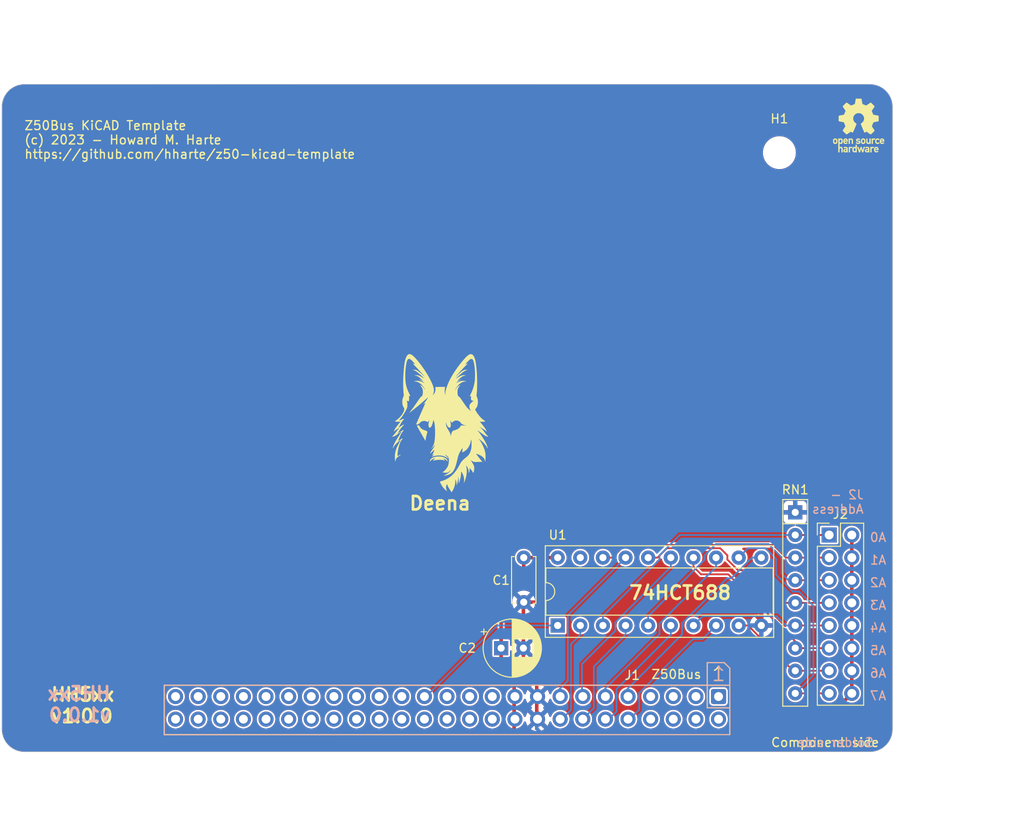
<source format=kicad_pcb>
(kicad_pcb (version 20221018) (generator pcbnew)
  (title_block (title "Z50Bus KiCAD Template") (date "2023-04-22") (rev "1.0") (company "Howard M. Harte") (comment 1 "https://github.com/hharte/z50-kicad-template"))
  (layers (0 "F.Cu" signal) (31 "B.Cu" signal) (34 "B.Paste" user) (35 "F.Paste" user) (36 "B.SilkS" user "B.Silkscreen") (37 "F.SilkS" user "F.Silkscreen") (38 "B.Mask" user) (39 "F.Mask" user) (44 "Edge.Cuts" user))
  (net 0 "")
  (net 1 "GND")
  (net 2 "VCC")
  (net 3 "/~{BOARD_CS}")
  (net 4 "/A15")
  (net 5 "/A14")
  (net 6 "/A13")
  (net 7 "/A12")
  (net 8 "/A11")
  (net 9 "/A10")
  (net 10 "/A9")
  (net 11 "/A8")
  (net 12 "/A7")
  (net 13 "/A6")
  (net 14 "/A5")
  (net 15 "/A4")
  (net 16 "/A3")
  (net 17 "/A2")
  (net 18 "/A1")
  (net 19 "/A0")
  (net 20 "/~{M1}")
  (net 21 "/~{RESET}")
  (net 22 "/CPU_CLK")
  (net 23 "/~{INT}")
  (net 24 "/~{MREQ}")
  (net 25 "/~{WR}")
  (net 26 "/~{RD}")
  (net 27 "/~{IORQ}")
  (net 28 "/D0")
  (net 29 "/D1")
  (net 30 "/D2")
  (net 31 "/D3")
  (net 32 "/D4")
  (net 33 "/D5")
  (net 34 "/D6")
  (net 35 "/D7")
  (net 36 "/~{RFSH}")
  (net 37 "/~{BUSACK}")
  (net 38 "/~{HALT}")
  (net 39 "/~{BUSREQ}")
  (net 40 "/~{WAIT}")
  (net 41 "/~{NMI}")
  (net 42 "/TXDA")
  (net 43 "/RXDA")
  (net 44 "/USR1")
  (net 45 "Net-(J2-Pin_1)")
  (net 46 "Net-(J2-Pin_3)")
  (net 47 "Net-(J2-Pin_5)")
  (net 48 "Net-(J2-Pin_7)")
  (net 49 "Net-(J2-Pin_9)")
  (net 50 "Net-(J2-Pin_11)")
  (net 51 "Net-(J2-Pin_13)")
  (net 52 "Net-(J2-Pin_15)")
  (net 53 "/USR2")
  (net 54 "/USR3")
  (net 55 "/USR0")
  (net 56 "/IEO")
  (net 57 "/IEI")
  (footprint "Symbol:OSHW-Logo_5.7x6mm_SilkScreen" (layer "F.Cu") (at 220.472 74.676)
    (fp_text reference "LOGO1" hide)
    (fp_text value "Logo_Open_Hardware_Small" hide)
  )
  (footprint "Resistor_THT:R_Array_SIP9" (layer "F.Cu") (at 213.36 118.11 -90)
    (fp_text reference "RN1" (at -2.54 0 180) (layer "F.SilkS"))
    (fp_text value "100K")
    (pad "1" thru_hole rect (at 0 0 270) (size 1.6 1.6) (drill 0.8) (layers "*.Cu" "*.Mask") (net 1 "GND"))
    (pad "2" thru_hole oval (at 2.54 0 270) (size 1.6 1.6) (drill 0.8) (layers "*.Cu" "*.Mask") (net 45 "Net-(J2-Pin_1)"))
    (pad "3" thru_hole oval (at 5.08 0 270) (size 1.6 1.6) (drill 0.8) (layers "*.Cu" "*.Mask") (net 46 "Net-(J2-Pin_3)"))
    (pad "4" thru_hole oval (at 7.62 0 270) (size 1.6 1.6) (drill 0.8) (layers "*.Cu" "*.Mask") (net 47 "Net-(J2-Pin_5)"))
    (pad "5" thru_hole oval (at 10.16 0 270) (size 1.6 1.6) (drill 0.8) (layers "*.Cu" "*.Mask") (net 48 "Net-(J2-Pin_7)"))
    (pad "6" thru_hole oval (at 12.7 0 270) (size 1.6 1.6) (drill 0.8) (layers "*.Cu" "*.Mask") (net 49 "Net-(J2-Pin_9)"))
    (pad "7" thru_hole oval (at 15.24 0 270) (size 1.6 1.6) (drill 0.8) (layers "*.Cu" "*.Mask") (net 50 "Net-(J2-Pin_11)"))
    (pad "8" thru_hole oval (at 17.78 0 270) (size 1.6 1.6) (drill 0.8) (layers "*.Cu" "*.Mask") (net 51 "Net-(J2-Pin_13)"))
    (pad "9" thru_hole oval (at 20.32 0 270) (size 1.6 1.6) (drill 0.8) (layers "*.Cu" "*.Mask") (net 52 "Net-(J2-Pin_15)"))
  )
  (footprint "Package_DIP:DIP-20_W7.62mm_Socket" (layer "F.Cu") (at 186.69 130.81 90)
    (fp_text reference "U1" (at 10.16 0 180) (layer "F.SilkS"))
    (fp_text value "74HCT688")
    (pad "1" thru_hole rect (at 0 0 90) (size 1.6 1.6) (drill 0.8) (layers "*.Cu" "*.Mask") (net 27 "/~{IORQ}"))
    (pad "2" thru_hole oval (at 0 2.54 90) (size 1.6 1.6) (drill 0.8) (layers "*.Cu" "*.Mask") (net 19 "/A0"))
    (pad "3" thru_hole oval (at 0 5.08 90) (size 1.6 1.6) (drill 0.8) (layers "*.Cu" "*.Mask") (net 45 "Net-(J2-Pin_1)"))
    (pad "4" thru_hole oval (at 0 7.62 90) (size 1.6 1.6) (drill 0.8) (layers "*.Cu" "*.Mask") (net 17 "/A2"))
    (pad "5" thru_hole oval (at 0 10.16 90) (size 1.6 1.6) (drill 0.8) (layers "*.Cu" "*.Mask") (net 47 "Net-(J2-Pin_5)"))
    (pad "6" thru_hole oval (at 0 12.7 90) (size 1.6 1.6) (drill 0.8) (layers "*.Cu" "*.Mask") (net 15 "/A4"))
    (pad "7" thru_hole oval (at 0 15.24 90) (size 1.6 1.6) (drill 0.8) (layers "*.Cu" "*.Mask") (net 49 "Net-(J2-Pin_9)"))
    (pad "8" thru_hole oval (at 0 17.78 90) (size 1.6 1.6) (drill 0.8) (layers "*.Cu" "*.Mask") (net 13 "/A6"))
    (pad "9" thru_hole oval (at 0 20.32 90) (size 1.6 1.6) (drill 0.8) (layers "*.Cu" "*.Mask") (net 51 "Net-(J2-Pin_13)"))
    (pad "10" thru_hole oval (at 0 22.86 90) (size 1.6 1.6) (drill 0.8) (layers "*.Cu" "*.Mask") (net 1 "GND"))
    (pad "11" thru_hole oval (at 7.62 22.86 90) (size 1.6 1.6) (drill 0.8) (layers "*.Cu" "*.Mask") (net 12 "/A7"))
    (pad "12" thru_hole oval (at 7.62 20.32 90) (size 1.6 1.6) (drill 0.8) (layers "*.Cu" "*.Mask") (net 52 "Net-(J2-Pin_15)"))
    (pad "13" thru_hole oval (at 7.62 17.78 90) (size 1.6 1.6) (drill 0.8) (layers "*.Cu" "*.Mask") (net 14 "/A5"))
    (pad "14" thru_hole oval (at 7.62 15.24 90) (size 1.6 1.6) (drill 0.8) (layers "*.Cu" "*.Mask") (net 50 "Net-(J2-Pin_11)"))
    (pad "15" thru_hole oval (at 7.62 12.7 90) (size 1.6 1.6) (drill 0.8) (layers "*.Cu" "*.Mask") (net 16 "/A3"))
    (pad "16" thru_hole oval (at 7.62 10.16 90) (size 1.6 1.6) (drill 0.8) (layers "*.Cu" "*.Mask") (net 48 "Net-(J2-Pin_7)"))
    (pad "17" thru_hole oval (at 7.62 7.62 90) (size 1.6 1.6) (drill 0.8) (layers "*.Cu" "*.Mask") (net 18 "/A1"))
    (pad "18" thru_hole oval (at 7.62 5.08 90) (size 1.6 1.6) (drill 0.8) (layers "*.Cu" "*.Mask") (net 46 "Net-(J2-Pin_3)"))
    (pad "19" thru_hole oval (at 7.62 2.54 90) (size 1.6 1.6) (drill 0.8) (layers "*.Cu" "*.Mask") (net 3 "/~{BOARD_CS}"))
    (pad "20" thru_hole oval (at 7.62 0 90) (size 1.6 1.6) (drill 0.8) (layers "*.Cu" "*.Mask") (net 2 "VCC"))
  )
  (footprint "MountingHole:MountingHole_3.2mm_M3_DIN965" (layer "F.Cu") (at 211.582 77.724)
    (fp_text reference "H1" (at 0 -3.8) (layer "F.SilkS"))
    (fp_text value "3.2mm")
    (pad "" np_thru_hole circle locked (at 0 0) (size 3.2 3.2) (drill 3.2) (layers "F&B.Cu" "*.Mask"))
  )
  (footprint "Connector_PinHeader_2.54mm:PinHeader_2x08_P2.54mm_Vertical" (layer "F.Cu") (at 217.17 120.65)
    (fp_text reference "J2" (at 1.27 -2.33) (layer "F.SilkS"))
    (fp_text value "Conn_02x08_Odd_Even")
    (pad "1" thru_hole rect (at 0 0) (size 1.7 1.7) (drill 1) (layers "*.Cu" "*.Mask") (net 45 "Net-(J2-Pin_1)"))
    (pad "2" thru_hole oval (at 2.54 0) (size 1.7 1.7) (drill 1) (layers "*.Cu" "*.Mask") (net 2 "VCC"))
    (pad "3" thru_hole oval (at 0 2.54) (size 1.7 1.7) (drill 1) (layers "*.Cu" "*.Mask") (net 46 "Net-(J2-Pin_3)"))
    (pad "4" thru_hole oval (at 2.54 2.54) (size 1.7 1.7) (drill 1) (layers "*.Cu" "*.Mask") (net 2 "VCC"))
    (pad "5" thru_hole oval (at 0 5.08) (size 1.7 1.7) (drill 1) (layers "*.Cu" "*.Mask") (net 47 "Net-(J2-Pin_5)"))
    (pad "6" thru_hole oval (at 2.54 5.08) (size 1.7 1.7) (drill 1) (layers "*.Cu" "*.Mask") (net 2 "VCC"))
    (pad "7" thru_hole oval (at 0 7.62) (size 1.7 1.7) (drill 1) (layers "*.Cu" "*.Mask") (net 48 "Net-(J2-Pin_7)"))
    (pad "8" thru_hole oval (at 2.54 7.62) (size 1.7 1.7) (drill 1) (layers "*.Cu" "*.Mask") (net 2 "VCC"))
    (pad "9" thru_hole oval (at 0 10.16) (size 1.7 1.7) (drill 1) (layers "*.Cu" "*.Mask") (net 49 "Net-(J2-Pin_9)"))
    (pad "10" thru_hole oval (at 2.54 10.16) (size 1.7 1.7) (drill 1) (layers "*.Cu" "*.Mask") (net 2 "VCC"))
    (pad "11" thru_hole oval (at 0 12.7) (size 1.7 1.7) (drill 1) (layers "*.Cu" "*.Mask") (net 50 "Net-(J2-Pin_11)"))
    (pad "12" thru_hole oval (at 2.54 12.7) (size 1.7 1.7) (drill 1) (layers "*.Cu" "*.Mask") (net 2 "VCC"))
    (pad "13" thru_hole oval (at 0 15.24) (size 1.7 1.7) (drill 1) (layers "*.Cu" "*.Mask") (net 51 "Net-(J2-Pin_13)"))
    (pad "14" thru_hole oval (at 2.54 15.24) (size 1.7 1.7) (drill 1) (layers "*.Cu" "*.Mask") (net 2 "VCC"))
    (pad "15" thru_hole oval (at 0 17.78) (size 1.7 1.7) (drill 1) (layers "*.Cu" "*.Mask") (net 52 "Net-(J2-Pin_15)"))
    (pad "16" thru_hole oval (at 2.54 17.78) (size 1.7 1.7) (drill 1) (layers "*.Cu" "*.Mask") (net 2 "VCC"))
  )
  (footprint "Capacitor_THT:C_Disc_D5.0mm_W2.5mm_P5.00mm" (layer "F.Cu") (at 182.88 123.19 -90)
    (fp_text reference "C1" (at 2.54 2.54 -180) (layer "F.SilkS"))
    (fp_text value "100nF")
    (pad "1" thru_hole circle (at 0 0 270) (size 1.6 1.6) (drill 0.8) (layers "*.Cu" "*.Mask") (net 2 "VCC"))
    (pad "2" thru_hole circle (at 5 0 270) (size 1.6 1.6) (drill 0.8) (layers "*.Cu" "*.Mask") (net 1 "GND"))
  )
  (footprint "Capacitor_THT:CP_Radial_D6.3mm_P2.50mm" (layer "F.Cu") (at 180.34 133.35)
    (fp_text reference "C2" (at -3.81 0) (layer "F.SilkS"))
    (fp_text value "47uF")
    (pad "1" thru_hole rect (at 0 0) (size 1.6 1.6) (drill 0.8) (layers "*.Cu" "*.Mask") (net 2 "VCC"))
    (pad "2" thru_hole circle (at 2.5 0) (size 1.6 1.6) (drill 0.8) (layers "*.Cu" "*.Mask") (net 1 "GND"))
  )
  (footprint "z50-kicad-template:Deena" (layer "F.Cu") (at 173.482 108.204)
    (fp_text reference "Deena" (at 0 8.89) (layer "F.SilkS") (effects (font (size 1.5 1.5) (thickness 0.3))))
    (fp_text value "LOGO" hide)
  )
  (footprint "z50-kicad-template:Z50Bus-Header_2x25_P2.54mm_Horizontal" (layer "F.Cu") (at 204.75 138.784 -90)
    (fp_text reference "J1" (at -2.386 9.678 -180) (layer "F.SilkS"))
    (fp_text value "Conn_02x25_Odd_Even")
    (fp_text user "1" (at -2.54 0 unlocked) (layer "B.SilkS") (effects (font (size 1.6 1.6)) (justify mirror)))
    (fp_text user "1" (at -2.54 0 unlocked) (layer "F.SilkS") (effects (font (size 1.6 1.6))))
    (fp_text user "Z50Bus" (at -1.905 7.62 unlocked) (layer "F.SilkS") (effects (justify left bottom)))
    (pad "1" thru_hole roundrect locked (at 0 0 270) (size 1.7 1.7) (drill 1) (layers "*.Cu" "*.Mask") (roundrect_rratio 0.1470588235) (net 4 "/A15"))
    (pad "2" thru_hole circle locked (at 2.54 0 270) (size 1.7 1.7) (drill 1) (layers "*.Cu" "*.Mask") (net 5 "/A14"))
    (pad "3" thru_hole circle locked (at 0 2.54 270) (size 1.7 1.7) (drill 1) (layers "*.Cu" "*.Mask") (net 6 "/A13"))
    (pad "4" thru_hole circle locked (at 2.54 2.54 270) (size 1.7 1.7) (drill 1) (layers "*.Cu" "*.Mask") (net 7 "/A12"))
    (pad "5" thru_hole circle locked (at 0 5.08 270) (size 1.7 1.7) (drill 1) (layers "*.Cu" "*.Mask") (net 8 "/A11"))
    (pad "6" thru_hole circle locked (at 2.54 5.08 270) (size 1.7 1.7) (drill 1) (layers "*.Cu" "*.Mask") (net 9 "/A10"))
    (pad "7" thru_hole circle locked (at 0 7.62 270) (size 1.7 1.7) (drill 1) (layers "*.Cu" "*.Mask") (net 10 "/A9"))
    (pad "8" thru_hole circle locked (at 2.54 7.62 270) (size 1.7 1.7) (drill 1) (layers "*.Cu" "*.Mask") (net 11 "/A8"))
    (pad "9" thru_hole circle locked (at 0 10.16 270) (size 1.7 1.7) (drill 1) (layers "*.Cu" "*.Mask") (net 12 "/A7"))
    (pad "10" thru_hole circle locked (at 2.54 10.16 270) (size 1.7 1.7) (drill 1) (layers "*.Cu" "*.Mask") (net 13 "/A6"))
    (pad "11" thru_hole circle locked (at 0 12.7 270) (size 1.7 1.7) (drill 1) (layers "*.Cu" "*.Mask") (net 14 "/A5"))
    (pad "12" thru_hole circle locked (at 2.54 12.7 270) (size 1.7 1.7) (drill 1) (layers "*.Cu" "*.Mask") (net 15 "/A4"))
    (pad "13" thru_hole circle locked (at 0 15.24 270) (size 1.7 1.7) (drill 1) (layers "*.Cu" "*.Mask") (net 16 "/A3"))
    (pad "14" thru_hole circle locked (at 2.54 15.24 270) (size 1.7 1.7) (drill 1) (layers "*.Cu" "*.Mask") (net 17 "/A2"))
    (pad "15" thru_hole circle locked (at 0 17.78 270) (size 1.7 1.7) (drill 1) (layers "*.Cu" "*.Mask") (net 18 "/A1"))
    (pad "16" thru_hole circle locked (at 2.54 17.78 270) (size 1.7 1.7) (drill 1) (layers "*.Cu" "*.Mask") (net 19 "/A0"))
    (pad "17" thru_hole circle locked (at 0 20.32 270) (size 1.7 1.7) (drill 1) (layers "*.Cu" "*.Mask") (net 1 "GND"))
    (pad "18" thru_hole circle locked (at 2.54 20.32 270) (size 1.7 1.7) (drill 1) (layers "*.Cu" "*.Mask") (net 1 "GND"))
    (pad "19" thru_hole circle locked (at 0 22.86 270) (size 1.7 1.7) (drill 1) (layers "*.Cu" "*.Mask") (net 2 "VCC"))
    (pad "20" thru_hole circle locked (at 2.54 22.86 270) (size 1.7 1.7) (drill 1) (layers "*.Cu" "*.Mask") (net 2 "VCC"))
    (pad "21" thru_hole circle locked (at 0 25.4 270) (size 1.7 1.7) (drill 1) (layers "*.Cu" "*.Mask") (net 20 "/~{M1}"))
    (pad "22" thru_hole circle locked (at 2.54 25.4 270) (size 1.7 1.7) (drill 1) (layers "*.Cu" "*.Mask") (net 21 "/~{RESET}"))
    (pad "23" thru_hole circle locked (at 0 27.94 270) (size 1.7 1.7) (drill 1) (layers "*.Cu" "*.Mask") (net 22 "/CPU_CLK"))
    (pad "24" thru_hole circle locked (at 2.54 27.94 270) (size 1.7 1.7) (drill 1) (layers "*.Cu" "*.Mask") (net 23 "/~{INT}"))
    (pad "25" thru_hole circle locked (at 0 30.48 270) (size 1.7 1.7) (drill 1) (layers "*.Cu" "*.Mask") (net 24 "/~{MREQ}"))
    (pad "26" thru_hole circle locked (at 2.54 30.48 270) (size 1.7 1.7) (drill 1) (layers "*.Cu" "*.Mask") (net 25 "/~{WR}"))
    (pad "27" thru_hole circle locked (at 0 33.02 270) (size 1.7 1.7) (drill 1) (layers "*.Cu" "*.Mask") (net 27 "/~{IORQ}"))
    (pad "28" thru_hole circle locked (at 2.54 33.02 270) (size 1.7 1.7) (drill 1) (layers "*.Cu" "*.Mask") (net 26 "/~{RD}"))
    (pad "29" thru_hole circle locked (at 0 35.56 270) (size 1.7 1.7) (drill 1) (layers "*.Cu" "*.Mask") (net 29 "/D1"))
    (pad "30" thru_hole circle locked (at 2.54 35.56 270) (size 1.7 1.7) (drill 1) (layers "*.Cu" "*.Mask") (net 28 "/D0"))
    (pad "31" thru_hole circle locked (at 0 38.1 270) (size 1.7 1.7) (drill 1) (layers "*.Cu" "*.Mask") (net 31 "/D3"))
    (pad "32" thru_hole circle locked (at 2.54 38.1 270) (size 1.7 1.7) (drill 1) (layers "*.Cu" "*.Mask") (net 30 "/D2"))
    (pad "33" thru_hole circle locked (at 0 40.64 270) (size 1.7 1.7) (drill 1) (layers "*.Cu" "*.Mask") (net 33 "/D5"))
    (pad "34" thru_hole circle locked (at 2.54 40.64 270) (size 1.7 1.7) (drill 1) (layers "*.Cu" "*.Mask") (net 32 "/D4"))
    (pad "35" thru_hole circle locked (at 0 43.18 270) (size 1.7 1.7) (drill 1) (layers "*.Cu" "*.Mask") (net 35 "/D7"))
    (pad "36" thru_hole circle locked (at 2.54 43.18 270) (size 1.7 1.7) (drill 1) (layers "*.Cu" "*.Mask") (net 34 "/D6"))
    (pad "37" thru_hole circle locked (at 0 45.72 270) (size 1.7 1.7) (drill 1) (layers "*.Cu" "*.Mask") (net 42 "/TXDA"))
    (pad "38" thru_hole circle locked (at 2.54 45.72 270) (size 1.7 1.7) (drill 1) (layers "*.Cu" "*.Mask") (net 43 "/RXDA"))
    (pad "39" thru_hole circle locked (at 0 48.26 270) (size 1.7 1.7) (drill 1) (layers "*.Cu" "*.Mask") (net 44 "/USR1"))
    (pad "40" thru_hole circle locked (at 2.54 48.26 270) (size 1.7 1.7) (drill 1) (layers "*.Cu" "*.Mask") (net 55 "/USR0"))
    (pad "41" thru_hole circle locked (at 0 50.8 270) (size 1.7 1.7) (drill 1) (layers "*.Cu" "*.Mask") (net 54 "/USR3"))
    (pad "42" thru_hole circle locked (at 2.54 50.8 270) (size 1.7 1.7) (drill 1) (layers "*.Cu" "*.Mask") (net 53 "/USR2"))
    (pad "43" thru_hole circle locked (at 0 53.34 270) (size 1.7 1.7) (drill 1) (layers "*.Cu" "*.Mask") (net 41 "/~{NMI}"))
    (pad "44" thru_hole circle locked (at 2.54 53.34 270) (size 1.7 1.7) (drill 1) (layers "*.Cu" "*.Mask") (net 36 "/~{RFSH}"))
    (pad "45" thru_hole circle locked (at 0 55.88 270) (size 1.7 1.7) (drill 1) (layers "*.Cu" "*.Mask") (net 40 "/~{WAIT}"))
    (pad "46" thru_hole circle locked (at 2.54 55.88 270) (size 1.7 1.7) (drill 1) (layers "*.Cu" "*.Mask") (net 38 "/~{HALT}"))
    (pad "47" thru_hole circle locked (at 0 58.42 270) (size 1.7 1.7) (drill 1) (layers "*.Cu" "*.Mask") (net 39 "/~{BUSREQ}"))
    (pad "48" thru_hole circle locked (at 2.54 58.42 270) (size 1.7 1.7) (drill 1) (layers "*.Cu" "*.Mask") (net 37 "/~{BUSACK}"))
    (pad "49" thru_hole circle locked (at 0 60.96 270) (size 1.7 1.7) (drill 1) (layers "*.Cu" "*.Mask") (net 56 "/IEO"))
    (pad "50" thru_hole circle locked (at 2.54 60.96 270) (size 1.7 1.7) (drill 1) (layers "*.Cu" "*.Mask") (net 57 "/IEI"))
  )
  (gr_line (start 221.125 145) (end 126.828051 145) (stroke (width 0.05)) (layer "Edge.Cuts"))
  (gr_arc (start 126.828051 145) (mid 125.032 144.256051) (end 124.288051 142.46) (stroke (width 0.05)) (layer "Edge.Cuts"))
  (gr_arc (start 224.292651 142.46) (mid 223.548702 144.256051) (end 221.752651 145) (stroke (width 0.05)) (layer "Edge.Cuts"))
  (gr_arc (start 124.290204 72.574855) (mid 125.032003 70.784018) (end 126.822855 70.042204) (stroke (width 0.05)) (layer "Edge.Cuts"))
  (gr_line (start 124.288051 142.46) (end 124.290204 72.574855) (stroke (width 0.05)) (layer "Edge.Cuts"))
  (gr_line (start 221.752651 145) (end 221.125 145) (stroke (width 0.05)) (layer "Edge.Cuts"))
  (gr_arc (start 221.759999 70.042204) (mid 223.550854 70.784) (end 224.292651 72.574855) (stroke (width 0.05)) (layer "Edge.Cuts"))
  (gr_line (start 224.292651 142.46) (end 224.292651 72.574855) (stroke (width 0.05)) (layer "Edge.Cuts"))
  (gr_line (start 221.759999 70.034) (end 126.822855 70.042204) (stroke (width 0.05)) (layer "Edge.Cuts"))
  (gr_text "A6" (at 223.665 136.745) (layer "B.SilkS") (effects (font (size 1 1)) (justify left bottom mirror)))
  (gr_text "A3" (at 223.665 129.125) (layer "B.SilkS") (effects (font (size 1 1)) (justify left bottom mirror)))
  (gr_text "HH5xx\nv1.0.0" (at 136.652 141.732) (layer "B.SilkS") (effects (font (size 1.5 1.5) (thickness 0.3) bold) (justify left bottom mirror)))
  (gr_text "A5" (at 223.665 134.205) (layer "B.SilkS") (effects (font (size 1 1)) (justify left bottom mirror)))
  (gr_text "J2 -\nAddress" (at 221.125 118.33) (layer "B.SilkS") (effects (font (size 1 1)) (justify left bottom mirror)))
  (gr_text "A4" (at 223.665 131.665) (layer "B.SilkS") (effects (font (size 1 1)) (justify left bottom mirror)))
  (gr_text "A2" (at 223.665 126.585) (layer "B.SilkS") (effects (font (size 1 1)) (justify left bottom mirror)))
  (gr_text "Solder side" (at 222.25 144.526) (layer "B.SilkS") (effects (font (size 1 1)) (justify left bottom mirror)))
  (gr_text "A0" (at 223.665 121.505) (layer "B.SilkS") (effects (font (size 1 1)) (justify left bottom mirror)))
  (gr_text "A1" (at 223.665 124.045) (layer "B.SilkS") (effects (font (size 1 1)) (justify left bottom mirror)))
  (gr_text "A7" (at 223.665 139.285) (layer "B.SilkS") (effects (font (size 1 1)) (justify left bottom mirror)))
  (gr_text "Z50Bus KiCAD Template\n(c) 2023 - Howard M. Harte\nhttps://github.com/hharte/z50-kicad-template" (at 126.746 78.486) (layer "F.SilkS") (effects (font (size 1 1)) (justify left bottom)))
  (gr_text "Component side" (at 210.566 144.526) (layer "F.SilkS") (effects (font (size 1 1)) (justify left bottom)))
  (gr_text "HH5xx\nv1.0.0" (at 129.667 141.859) (layer "F.SilkS") (effects (font (size 1.5 1.5) (thickness 0.3) bold) (justify left bottom)))
  (gr_text "74HCT688" (at 194.564 128.016) (layer "F.SilkS") (effects (font (size 1.5 1.5) (thickness 0.3) bold) (justify left bottom)))
  (segment (start 182.84 135.235) (end 182.84 133.35) (width 0.4) (layer "F.Cu") (net 1))
  (segment (start 182.84 133.35) (end 182.84 128.23) (width 0.4) (layer "F.Cu") (net 1))
  (segment (start 184.34 136.735) (end 182.84 135.235) (width 0.4) (layer "F.Cu") (net 1))
  (segment (start 182.88 128.19) (end 207.438 128.19) (width 0.4) (layer "F.Cu") (net 1))
  (segment (start 184.34 139.06) (end 184.34 136.735) (width 0.4) (layer "F.Cu") (net 1))
  (segment (start 184.34 141.6) (end 184.34 139.06) (width 0.4) (layer "F.Cu") (net 1))
  (segment (start 207.438 128.19) (end 209.55 130.302) (width 0.4) (layer "F.Cu") (net 1))
  (segment (start 184.34 142.392) (end 186.22 144.272) (width 0.4) (layer "B.Cu") (net 1))
  (segment (start 222.758 118.11) (end 213.36 118.11) (width 0.4) (layer "B.Cu") (net 1))
  (segment (start 184.34 141.6) (end 184.34 142.392) (width 0.4) (layer "B.Cu") (net 1))
  (segment (start 223.52 140.716) (end 223.52 118.872) (width 0.4) (layer "B.Cu") (net 1))
  (segment (start 223.52 118.872) (end 222.758 118.11) (width 0.4) (layer "B.Cu") (net 1))
  (segment (start 219.964 144.272) (end 223.52 140.716) (width 0.4) (layer "B.Cu") (net 1))
  (segment (start 186.22 144.272) (end 219.964 144.272) (width 0.4) (layer "B.Cu") (net 1))
  (segment (start 181.8 139.06) (end 181.8 137.0325) (width 0.4) (layer "F.Cu") (net 2))
  (segment (start 181.8 137.0325) (end 180.34 135.5725) (width 0.4) (layer "F.Cu") (net 2))
  (segment (start 180.34 133.35) (end 180.34 125.73) (width 0.4) (layer "F.Cu") (net 2))
  (segment (start 181.8 142.684) (end 181.8 141.6) (width 0.4) (layer "F.Cu") (net 2))
  (segment (start 219.71 130.81) (end 219.71 128.27) (width 0.4) (layer "F.Cu") (net 2))
  (segment (start 182.88 125.73) (end 182.88 123.19) (width 0.4) (layer "F.Cu") (net 2))
  (segment (start 182.88 123.19) (end 186.69 123.19) (width 0.4) (layer "F.Cu") (net 2))
  (segment (start 213.868 144.272) (end 183.388 144.272) (width 0.4) (layer "F.Cu") (net 2))
  (segment (start 219.71 138.43) (end 213.868 144.272) (width 0.4) (layer "F.Cu") (net 2))
  (segment (start 181.8 141.6) (end 181.8 139.06) (width 0.4) (layer "F.Cu") (net 2))
  (segment (start 219.71 128.27) (end 219.71 125.73) (width 0.4) (layer "F.Cu") (net 2))
  (segment (start 180.34 135.5725) (end 180.34 133.35) (width 0.4) (layer "F.Cu") (net 2))
  (segment (start 180.34 125.73) (end 182.88 125.73) (width 0.4) (layer "F.Cu") (net 2))
  (segment (start 183.388 144.272) (end 181.8 142.684) (width 0.4) (layer "F.Cu") (net 2))
  (segment (start 219.71 138.43) (end 219.71 135.89) (width 0.4) (layer "F.Cu") (net 2))
  (segment (start 219.71 133.35) (end 219.71 130.81) (width 0.4) (layer "F.Cu") (net 2))
  (segment (start 219.71 123.19) (end 219.71 120.65) (width 0.4) (layer "F.Cu") (net 2))
  (segment (start 219.71 135.89) (end 219.71 133.35) (width 0.4) (layer "F.Cu") (net 2))
  (segment (start 219.71 125.73) (end 219.71 123.19) (width 0.4) (layer "F.Cu") (net 2))
  (segment (start 200.66 131.8) (end 194.5 137.96) (width 0.2) (layer "B.Cu") (net 12))
  (segment (start 206.18 125.51) (end 205.7 125.51) (width 0.2) (layer "B.Cu") (net 12))
  (segment (start 205.7 125.51) (end 200.66 130.551) (width 0.2) (layer "B.Cu") (net 12))
  (segment (start 208.5 123.19) (end 206.18 125.51) (width 0.2) (layer "B.Cu") (net 12))
  (segment (start 209.55 123.19) (end 208.5 123.19) (width 0.2) (layer "B.Cu") (net 12))
  (segment (start 200.66 130.551) (end 200.66 131.8) (width 0.2) (layer "B.Cu") (net 12))
  (segment (start 194.5 137.96) (end 194.5 139.06) (width 0.2) (layer "B.Cu") (net 12))
  (segment (start 195.834 140.266) (end 194.5 141.6) (width 0.2) (layer "B.Cu") (net 13))
  (segment (start 204.47 130.81) (end 202.946 132.334) (width 0.2) (layer "B.Cu") (net 13))
  (segment (start 195.834 138.396) (end 195.834 140.266) (width 0.2) (layer "B.Cu") (net 13))
  (segment (start 201.896 132.334) (end 195.834 138.396) (width 0.2) (layer "B.Cu") (net 13))
  (segment (start 202.946 132.334) (end 201.896 132.334) (width 0.2) (layer "B.Cu") (net 13))
  (segment (start 191.96 137.96) (end 191.96 139.06) (width 0.2) (layer "B.Cu") (net 14))
  (segment (start 204.47 123.19) (end 204.47 124.24) (width 0.2) (layer "B.Cu") (net 14))
  (segment (start 198.12 130.59) (end 198.12 131.8) (width 0.2) (layer "B.Cu") (net 14))
  (segment (start 198.12 131.8) (end 191.96 137.96) (width 0.2) (layer "B.Cu") (net 14))
  (segment (start 204.47 124.24) (end 198.12 130.59) (width 0.2) (layer "B.Cu") (net 14))
  (segment (start 199.39 131.86) (end 193.294 137.956) (width 0.2) (layer "B.Cu") (net 15))
  (segment (start 193.294 140.462) (end 192.156 141.6) (width 0.2) (layer "B.Cu") (net 15))
  (segment (start 193.294 137.956) (end 193.294 140.462) (width 0.2) (layer "B.Cu") (net 15))
  (segment (start 199.39 130.81) (end 199.39 131.86) (width 0.2) (layer "B.Cu") (net 15))
  (segment (start 199.39 124.24) (end 199.39 123.19) (width 0.2) (layer "B.Cu") (net 16))
  (segment (start 193.17 130.46) (end 199.39 124.24) (width 0.2) (layer "B.Cu") (net 16))
  (segment (start 193.17 131.39) (end 193.17 130.46) (width 0.2) (layer "B.Cu") (net 16))
  (segment (start 189.42 139.06) (end 189.42 135.14) (width 0.2) (layer "B.Cu") (net 16))
  (segment (start 189.42 135.14) (end 193.17 131.39) (width 0.2) (layer "B.Cu") (net 16))
  (segment (start 190.754 135.416) (end 190.754 140.08) (width 0.2) (layer "B.Cu") (net 17))
  (segment (start 194.31 131.86) (end 190.754 135.416) (width 0.2) (layer "B.Cu") (net 17))
  (segment (start 194.31 130.81) (end 194.31 131.86) (width 0.2) (layer "B.Cu") (net 17))
  (segment (start 190.754 140.08) (end 189.42 141.414) (width 0.2) (layer "B.Cu") (net 17))
  (segment (start 194.31 123.19) (end 187.836 129.664) (width 0.2) (layer "B.Cu") (net 18))
  (segment (start 186.88 137.96) (end 186.88 139.06) (width 0.2) (layer "B.Cu") (net 18))
  (segment (start 187.836 129.664) (end 187.836 137.004) (width 0.2) (layer "B.Cu") (net 18))
  (segment (start 187.836 137.004) (end 186.88 137.96) (width 0.2) (layer "B.Cu") (net 18))
  (segment (start 188.186 140.294) (end 186.88 141.6) (width 0.2) (layer "B.Cu") (net 19))
  (segment (start 188.186 132.904) (end 188.186 140.294) (width 0.2) (layer "B.Cu") (net 19))
  (segment (start 189.23 131.86) (end 188.186 132.904) (width 0.2) (layer "B.Cu") (net 19))
  (segment (start 189.23 130.81) (end 189.23 131.86) (width 0.2) (layer "B.Cu") (net 19))
  (segment (start 171.64 139.06) (end 179.89 130.81) (width 0.2) (layer "B.Cu") (net 27))
  (segment (start 179.89 130.81) (end 186.69 130.81) (width 0.2) (layer "B.Cu") (net 27))
  (segment (start 217.17 120.65) (end 213.36 120.65) (width 0.2) (layer "F.Cu") (net 45))
  (segment (start 191.77 130.81) (end 191.77 129.7599) (width 0.2) (layer "B.Cu") (net 45))
  (segment (start 200.3998 120.65) (end 198.12 122.9298) (width 0.2) (layer "B.Cu") (net 45))
  (segment (start 213.36 120.65) (end 200.3998 120.65) (width 0.2) (layer "B.Cu") (net 45))
  (segment (start 198.12 122.9298) (end 198.12 123.4099) (width 0.2) (layer "B.Cu") (net 45))
  (segment (start 198.12 123.4099) (end 191.77 129.7599) (width 0.2) (layer "B.Cu") (net 45))
  (segment (start 213.36 123.19) (end 212.3099 123.19) (width 0.2) (layer "F.Cu") (net 46))
  (segment (start 212.3099 123.19) (end 210.8875 121.7676) (width 0.2) (layer "F.Cu") (net 46))
  (segment (start 217.17 123.19) (end 213.36 123.19) (width 0.2) (layer "F.Cu") (net 46))
  (segment (start 191.77 123.19) (end 192.8201 123.19) (width 0.2) (layer "F.Cu") (net 46))
  (segment (start 210.8875 121.7676) (end 194.2425 121.7676) (width 0.2) (layer "F.Cu") (net 46))
  (segment (start 194.2425 121.7676) (end 192.8201 123.19) (width 0.2) (layer "F.Cu") (net 46))
  (segment (start 217.17 125.73) (end 213.36 125.73) (width 0.2) (layer "F.Cu") (net 47))
  (segment (start 203.2 123.4099) (end 196.85 129.7599) (width 0.2) (layer "B.Cu") (net 47))
  (segment (start 211.836 124.968) (end 211.836 123.1559) (width 0.2) (layer "B.Cu") (net 47))
  (segment (start 213.36 125.73) (end 212.598 125.73) (width 0.2) (layer "B.Cu") (net 47))
  (segment (start 203.2 122.9297) (end 203.2 123.4099) (width 0.2) (layer "B.Cu") (net 47))
  (segment (start 204.4637 121.666) (end 203.2 122.9297) (width 0.2) (layer "B.Cu") (net 47))
  (segment (start 211.836 123.1559) (end 210.3461 121.666) (width 0.2) (layer "B.Cu") (net 47))
  (segment (start 210.3461 121.666) (end 204.4637 121.666) (width 0.2) (layer "B.Cu") (net 47))
  (segment (start 212.598 125.73) (end 211.836 124.968) (width 0.2) (layer "B.Cu") (net 47))
  (segment (start 196.85 129.7599) (end 196.85 130.81) (width 0.2) (layer "B.Cu") (net 47))
  (segment (start 205.74 122.9342) (end 204.9424 122.1366) (width 0.2) (layer "F.Cu") (net 48))
  (segment (start 212.3099 128.27) (end 208.6413 124.6014) (width 0.2) (layer "F.Cu") (net 48))
  (segment (start 204.9424 122.1366) (end 198.9535 122.1366) (width 0.2) (layer "F.Cu") (net 48))
  (segment (start 206.9304 124.6014) (end 205.74 123.411) (width 0.2) (layer "F.Cu") (net 48))
  (segment (start 205.74 123.411) (end 205.74 122.9342) (width 0.2) (layer "F.Cu") (net 48))
  (segment (start 198.9535 122.1366) (end 197.9001 123.19) (width 0.2) (layer "F.Cu") (net 48))
  (segment (start 213.36 128.27) (end 212.3099 128.27) (width 0.2) (layer "F.Cu") (net 48))
  (segment (start 196.85 123.19) (end 197.9001 123.19) (width 0.2) (layer "F.Cu") (net 48))
  (segment (start 217.17 128.27) (end 213.36 128.27) (width 0.2) (layer "F.Cu") (net 48))
  (segment (start 208.6413 124.6014) (end 206.9304 124.6014) (width 0.2) (layer "F.Cu") (net 48))
  (segment (start 217.17 130.81) (end 213.36 130.81) (width 0.2) (layer "F.Cu") (net 49))
  (segment (start 212.3099 130.81) (end 211.2575 129.7576) (width 0.2) (layer "B.Cu") (net 49))
  (segment (start 213.36 130.81) (end 212.3099 130.81) (width 0.2) (layer "B.Cu") (net 49))
  (segment (start 202.9824 129.7576) (end 201.93 130.81) (width 0.2) (layer "B.Cu") (net 49))
  (segment (start 211.2575 129.7576) (end 202.9824 129.7576) (width 0.2) (layer "B.Cu") (net 49))
  (segment (start 217.17 133.35) (end 213.36 133.35) (width 0.2) (layer "F.Cu") (net 50))
  (segment (start 201.93 124.206) (end 201.93 123.19) (width 0.2) (layer "F.Cu") (net 50))
  (segment (start 213.36 132.588) (end 205.8371 125.0651) (width 0.2) (layer "F.Cu") (net 50))
  (segment (start 205.8371 125.0651) (end 202.7891 125.0651) (width 0.2) (layer "F.Cu") (net 50))
  (segment (start 202.7891 125.0651) (end 201.93 124.206) (width 0.2) (layer "F.Cu") (net 50))
  (segment (start 213.36 133.35) (end 213.36 132.588) (width 0.2) (layer "F.Cu") (net 50))
  (segment (start 213.1401 135.89) (end 208.0601 130.81) (width 0.2) (layer "F.Cu") (net 51))
  (segment (start 208.0601 130.81) (end 207.01 130.81) (width 0.2) (layer "F.Cu") (net 51))
  (segment (start 217.17 135.89) (end 213.36 135.89) (width 0.2) (layer "F.Cu") (net 51))
  (segment (start 217.17 138.43) (end 213.36 138.43) (width 0.2) (layer "F.Cu") (net 52))
  (segment (start 208.0626 122.1374) (end 210.0172 122.1374) (width 0.2) (layer "B.Cu") (net 52))
  (segment (start 211.205 123.3252) (end 211.205 125.099) (width 0.2) (layer "B.Cu") (net 52))
  (segment (start 213.106 127) (end 213.794925 127) (width 0.2) (layer "B.Cu") (net 52))
  (segment (start 213.794925 127) (end 215.392 128.597075) (width 0.2) (layer "B.Cu") (net 52))
  (segment (start 215.392 136.398) (end 213.36 138.43) (width 0.2) (layer "B.Cu") (net 52))
  (segment (start 210.0172 122.1374) (end 211.205 123.3252) (width 0.2) (layer "B.Cu") (net 52))
  (segment (start 211.205 125.099) (end 213.106 127) (width 0.2) (layer "B.Cu") (net 52))
  (segment (start 207.01 123.19) (end 208.0626 122.1374) (width 0.2) (layer "B.Cu") (net 52))
  (segment (start 215.392 128.597075) (end 215.392 136.398) (width 0.2) (layer "B.Cu") (net 52))
  (zone (net 1) (net_name "GND") (layers "F&B.Cu") (connect_pads (clearance 0.2)) (min_thickness 0.25) (fill yes (thermal_gap 0.5) (thermal_bridge_width 0.5))
    (polygon (pts (xy 124.082 145.234) (xy 224.282 145.034) (xy 224.282 70.034) (xy 124.282 70.034)))
  )
)
</source>
